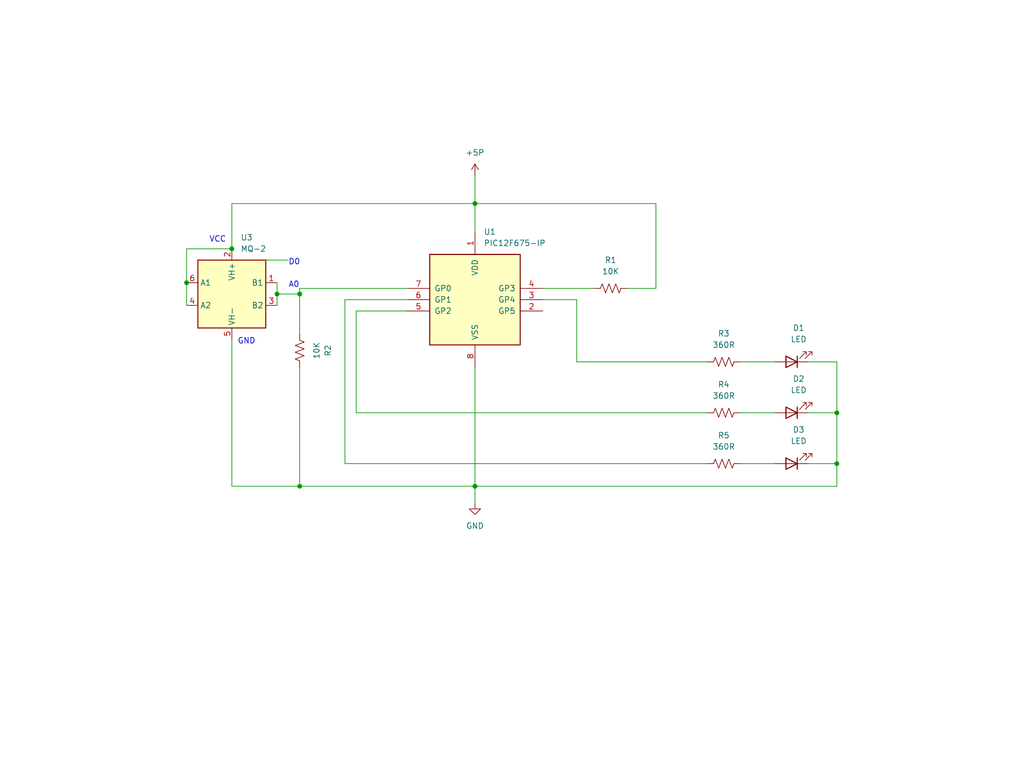
<source format=kicad_sch>
(kicad_sch (version 20230121) (generator eeschema)
  (paper "User" 229.997 170.002)
  (title_block (title "PIC12F675 with MQ-2 GAS SENSOR  and LED") (company "Ricardo Lima Caratti"))
  (lib_symbols
    (symbol "Device:LED" (pin_numbers hide) (pin_names (offset 1.016) hide)
      (property "Reference" "D" (at 0 2.54 0))
      (property "Value" "LED" (at 0 -2.54 0))
      (symbol "LED_0_1"
        (polyline (pts (xy -1.27 -1.27) (xy -1.27 1.27)) (stroke (width 0.254)))
        (polyline (pts (xy -1.27 0) (xy 1.27 0)))
        (polyline (pts (xy 1.27 -1.27) (xy 1.27 1.27) (xy -1.27 0) (xy 1.27 -1.27)) (stroke (width 0.254)))
        (polyline (pts (xy -3.048 -0.762) (xy -4.572 -2.286) (xy -3.81 -2.286) (xy -4.572 -2.286) (xy -4.572 -1.524)))
        (polyline (pts (xy -1.778 -0.762) (xy -3.302 -2.286) (xy -2.54 -2.286) (xy -3.302 -2.286) (xy -3.302 -1.524)))
      )
      (symbol "LED_1_1"
        (pin passive line (at -3.81 0 0) (length 2.54) (name "K") (number "1"))
        (pin passive line (at 3.81 0 180) (length 2.54) (name "A") (number "2"))
      )
    )
    (symbol "Device:R_US" (pin_numbers hide) (pin_names (offset 0))
      (property "Reference" "R" (at 2.54 0 90))
      (property "Value" "R_US" (at -2.54 0 90))
      (symbol "R_US_0_1"
        (polyline (pts (xy 0 -2.286) (xy 0 -2.54)))
        (polyline (pts (xy 0 2.286) (xy 0 2.54)))
        (polyline (pts (xy 0 -0.762) (xy 1.016 -1.143) (xy 0 -1.524) (xy -1.016 -1.905) (xy 0 -2.286)))
        (polyline (pts (xy 0 0.762) (xy 1.016 0.381) (xy 0 0) (xy -1.016 -0.381) (xy 0 -0.762)))
        (polyline (pts (xy 0 2.286) (xy 1.016 1.905) (xy 0 1.524) (xy -1.016 1.143) (xy 0 0.762)))
      )
      (symbol "R_US_1_1"
        (pin passive line (at 0 3.81 270) (length 1.27) (name "~") (number "1"))
        (pin passive line (at 0 -3.81 90) (length 1.27) (name "~") (number "2"))
      )
    )
    (symbol "MCU_Microchip_PIC12:PIC12F675-IP" (pin_names (offset 1.016))
      (property "Reference" "U" (at 1.27 13.97 0))
      (property "Value" "PIC12F675-IP" (at 1.27 11.43 0))
      (symbol "PIC12F675-IP_0_1"
        (rectangle (start 10.16 -10.16) (end -10.16 10.16) (stroke (width 0.254)) (fill (type background)))
      )
      (symbol "PIC12F675-IP_1_1"
        (pin power_in line (at 0 15.24 270) (length 5.08) (name "VDD") (number "1"))
        (pin bidirectional line (at 15.24 -2.54 180) (length 5.08) (name "GP5") (number "2"))
        (pin bidirectional line (at 15.24 0 180) (length 5.08) (name "GP4") (number "3"))
        (pin input line (at 15.24 2.54 180) (length 5.08) (name "GP3") (number "4"))
        (pin bidirectional line (at -15.24 -2.54 0) (length 5.08) (name "GP2") (number "5"))
        (pin bidirectional line (at -15.24 0 0) (length 5.08) (name "GP1") (number "6"))
        (pin bidirectional line (at -15.24 2.54 0) (length 5.08) (name "GP0") (number "7"))
        (pin power_in line (at 0 -15.24 90) (length 5.08) (name "VSS") (number "8"))
      )
    )
    (symbol "Sensor_Gas:MQ-6"
      (property "Reference" "U" (at -6.35 8.89 0))
      (property "Value" "MQ-6" (at 3.81 8.89 0))
      (symbol "MQ-6_0_1"
        (rectangle (start -7.62 7.62) (end 7.62 -7.62) (stroke (width 0.254)) (fill (type background)))
      )
      (symbol "MQ-6_1_1"
        (pin passive line (at 10.16 2.54 180) (length 2.54) (name "B1") (number "1"))
        (pin power_in line (at 0 10.16 270) (length 2.54) (name "VH+") (number "2"))
        (pin passive line (at 10.16 -2.54 180) (length 2.54) (name "B2") (number "3"))
        (pin passive line (at -10.16 -2.54 0) (length 2.54) (name "A2") (number "4"))
        (pin power_in line (at 0 -10.16 90) (length 2.54) (name "VH-") (number "5"))
        (pin passive line (at -10.16 2.54 0) (length 2.54) (name "A1") (number "6"))
      )
    )
    (symbol "power:+5P" (power) (pin_names (offset 0))
      (property "Value" "+5P" (at 0 3.556 0))
      (symbol "+5P_0_1"
        (polyline (pts (xy -0.762 1.27) (xy 0 2.54)))
        (polyline (pts (xy 0 0) (xy 0 2.54)))
        (polyline (pts (xy 0 2.54) (xy 0.762 1.27)))
      )
      (symbol "+5P_1_1"
        (pin power_in line (at 0 0 90) (length 0) hide (name "+5P") (number "1"))
      )
    )
    (symbol "power:GND" (power) (pin_names (offset 0))
      (property "Value" "GND" (at 0 -3.81 0))
      (symbol "GND_0_1"
        (polyline (pts (xy 0 0) (xy 0 -1.27) (xy 1.27 -1.27) (xy 0 -2.54) (xy -1.27 -1.27) (xy 0 -1.27)))
      )
      (symbol "GND_1_1"
        (pin power_in line (at 0 0 270) (length 0) hide (name "GND") (number "1"))
      )
    )
  )
  (junction (at 62.23 66.04))
  (junction (at 67.31 66.04))
  (junction (at 187.96 104.14))
  (junction (at 106.68 45.72))
  (junction (at 187.96 92.71))
  (junction (at 52.07 55.88))
  (junction (at 106.68 109.22))
  (junction (at 41.91 63.5))
  (junction (at 67.31 109.22))
  (wire (pts (xy 166.37 81.28) (xy 173.99 81.28)))
  (wire (pts (xy 62.23 66.04) (xy 67.31 66.04)))
  (wire (pts (xy 62.23 66.04) (xy 62.23 68.58)))
  (wire (pts (xy 80.01 92.71) (xy 80.01 69.85)))
  (wire (pts (xy 67.31 74.93) (xy 67.31 66.04)))
  (wire (pts (xy 91.44 64.77) (xy 67.31 64.77)))
  (wire (pts (xy 181.61 92.71) (xy 187.96 92.71)))
  (wire (pts (xy 52.07 76.2) (xy 52.07 109.22)))
  (wire (pts (xy 67.31 109.22) (xy 106.68 109.22)))
  (wire (pts (xy 106.68 109.22) (xy 187.96 109.22)))
  (wire (pts (xy 52.07 45.72) (xy 106.68 45.72)))
  (wire (pts (xy 147.32 45.72) (xy 106.68 45.72)))
  (wire (pts (xy 106.68 82.55) (xy 106.68 109.22)))
  (wire (pts (xy 52.07 55.88) (xy 52.07 45.72)))
  (wire (pts (xy 187.96 81.28) (xy 187.96 92.71)))
  (wire (pts (xy 59.69 58.42) (xy 64.77 58.42)))
  (wire (pts (xy 106.68 45.72) (xy 106.68 52.07)))
  (wire (pts (xy 129.54 67.31) (xy 129.54 81.28)))
  (wire (pts (xy 166.37 104.14) (xy 173.99 104.14)))
  (wire (pts (xy 121.92 67.31) (xy 129.54 67.31)))
  (wire (pts (xy 52.07 109.22) (xy 67.31 109.22)))
  (wire (pts (xy 166.37 92.71) (xy 173.99 92.71)))
  (wire (pts (xy 106.68 39.37) (xy 106.68 45.72)))
  (wire (pts (xy 106.68 109.22) (xy 106.68 113.03)))
  (wire (pts (xy 187.96 92.71) (xy 187.96 104.14)))
  (wire (pts (xy 129.54 81.28) (xy 158.75 81.28)))
  (wire (pts (xy 77.47 104.14) (xy 77.47 67.31)))
  (wire (pts (xy 181.61 81.28) (xy 187.96 81.28)))
  (wire (pts (xy 121.92 64.77) (xy 133.35 64.77)))
  (wire (pts (xy 41.91 55.88) (xy 41.91 63.5)))
  (wire (pts (xy 158.75 92.71) (xy 80.01 92.71)))
  (wire (pts (xy 67.31 82.55) (xy 67.31 109.22)))
  (wire (pts (xy 41.91 55.88) (xy 52.07 55.88)))
  (wire (pts (xy 62.23 63.5) (xy 62.23 66.04)))
  (wire (pts (xy 187.96 109.22) (xy 187.96 104.14)))
  (wire (pts (xy 80.01 69.85) (xy 91.44 69.85)))
  (wire (pts (xy 140.97 64.77) (xy 147.32 64.77)))
  (wire (pts (xy 158.75 104.14) (xy 77.47 104.14)))
  (wire (pts (xy 147.32 64.77) (xy 147.32 45.72)))
  (wire (pts (xy 41.91 63.5) (xy 41.91 68.58)))
  (wire (pts (xy 67.31 64.77) (xy 67.31 66.04)))
  (wire (pts (xy 181.61 104.14) (xy 187.96 104.14)))
  (wire (pts (xy 77.47 67.31) (xy 91.44 67.31)))
  (text "D0" (at 64.77 59.69 0) (effects (font (size 1.27 1.27)) (justify left bottom)))
  (text "A0" (at 64.77 64.77 0) (effects (font (size 1.27 1.27)) (justify left bottom)))
  (text "VCC" (at 46.99 54.61 0) (effects (font (size 1.27 1.27)) (justify left bottom)))
  (text "GND" (at 53.34 77.47 0) (effects (font (size 1.27 1.27)) (justify left bottom)))
  (symbol (lib_id "Device:LED") (at 177.8 92.71 180) (unit 1)
    (property "Reference" "D2" (at 179.3875 85.09 0))
    (property "Value" "LED" (at 179.3875 87.63 0))
  )
  (symbol (lib_id "Device:R_US") (at 137.16 64.77 90) (unit 1)
    (property "Reference" "R1" (at 137.16 58.42 90))
    (property "Value" "10K" (at 137.16 60.96 90))
  )
  (symbol (lib_id "Device:LED") (at 177.8 81.28 180) (unit 1)
    (property "Reference" "D1" (at 179.3875 73.66 0))
    (property "Value" "LED" (at 179.3875 76.2 0))
  )
  (symbol (lib_id "Sensor_Gas:MQ-6") (at 52.07 66.04 0) (unit 1)
    (property "Reference" "U3" (at 54.0259 53.34 0) (effects (justify left)))
    (property "Value" "MQ-2" (at 54.0259 55.88 0) (effects (justify left)))
    (property "Footprint" "Sensor:MQ-6" (effects hide))
    (property "Datasheet" "https://www.winsen-sensor.com/d/files/semiconductor/mq-6.pdf" (effects hide))
  )
  (symbol (lib_id "Device:R_US") (at 162.56 81.28 90) (unit 1)
    (property "Reference" "R3" (at 162.56 74.93 90))
    (property "Value" "360R" (at 162.56 77.47 90))
  )
  (symbol (lib_id "power:GND") (at 106.68 113.03 0) (unit 1)
    (property "Reference" "#PWR03" (effects hide))
    (property "Value" "GND" (at 106.68 118.11 0))
  )
  (symbol (lib_id "power:+5P") (at 106.68 39.37 0) (unit 1)
    (property "Reference" "#PWR01" (effects hide))
    (property "Value" "+5P" (at 106.68 34.29 0))
  )
  (symbol (lib_id "Device:R_US") (at 162.56 92.71 90) (unit 1)
    (property "Reference" "R4" (at 162.56 86.36 90))
    (property "Value" "360R" (at 162.56 88.9 90))
  )
  (symbol (lib_id "Device:R_US") (at 162.56 104.14 90) (unit 1)
    (property "Reference" "R5" (at 162.56 97.79 90))
    (property "Value" "360R" (at 162.56 100.33 90))
  )
  (symbol (lib_id "MCU_Microchip_PIC12:PIC12F675-IP") (at 106.68 67.31 0) (unit 1)
    (property "Reference" "U1" (at 108.6359 52.07 0) (effects (justify left)))
    (property "Value" "PIC12F675-IP" (at 108.6359 54.61 0) (effects (justify left)))
    (property "Footprint" "Package_DIP:DIP-8_W7.62mm" (effects hide))
    (property "Datasheet" "http://ww1.microchip.com/downloads/en/DeviceDoc/41190G.pdf" (effects hide))
  )
  (symbol (lib_id "Device:R_US") (at 67.31 78.74 0) (unit 1)
    (property "Reference" "R2" (at 73.66 78.74 90))
    (property "Value" "10K" (at 71.12 78.74 90))
  )
  (symbol (lib_id "Device:LED") (at 177.8 104.14 180) (unit 1)
    (property "Reference" "D3" (at 179.3875 96.52 0))
    (property "Value" "LED" (at 179.3875 99.06 0))
  )
)
</source>
